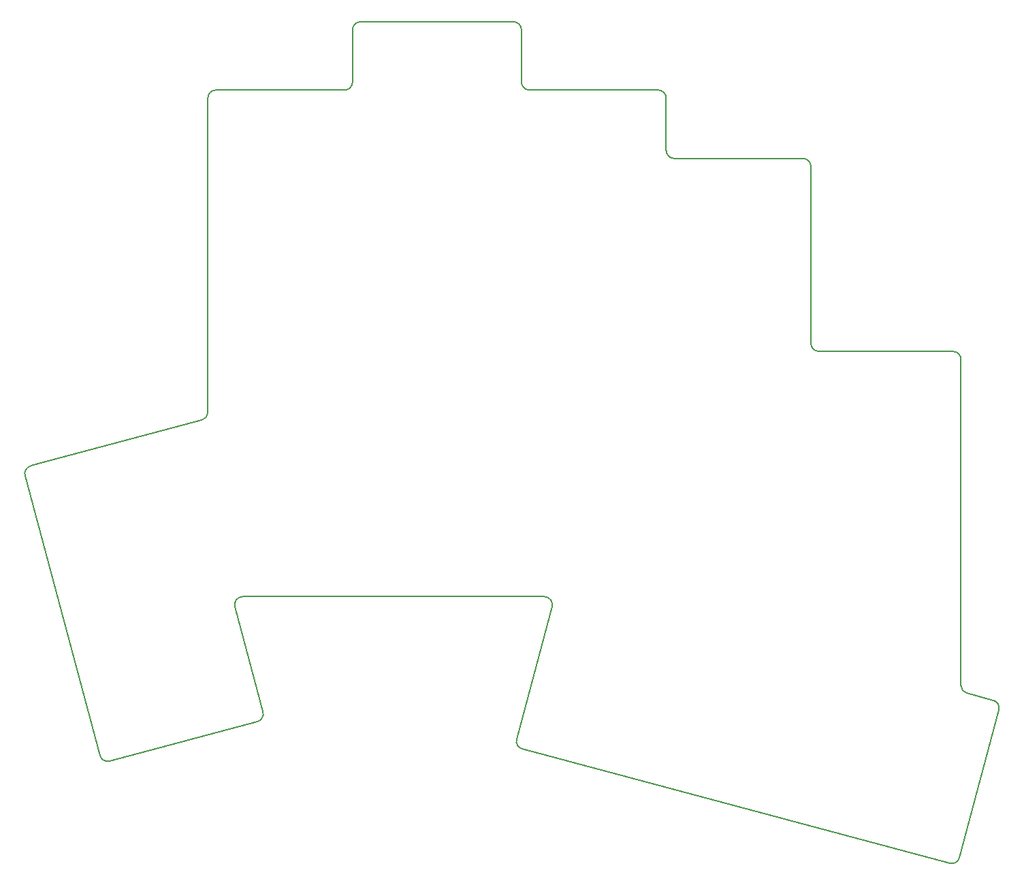
<source format=gbr>
%TF.GenerationSoftware,KiCad,Pcbnew,(5.1.9)-1*%
%TF.CreationDate,2021-04-26T15:19:46+02:00*%
%TF.ProjectId,sepia,73657069-612e-46b6-9963-61645f706362,VERSION_HERE*%
%TF.SameCoordinates,Original*%
%TF.FileFunction,Profile,NP*%
%FSLAX46Y46*%
G04 Gerber Fmt 4.6, Leading zero omitted, Abs format (unit mm)*
G04 Created by KiCad (PCBNEW (5.1.9)-1) date 2021-04-26 15:19:46*
%MOMM*%
%LPD*%
G01*
G04 APERTURE LIST*
%TA.AperFunction,Profile*%
%ADD10C,0.150000*%
%TD*%
G04 APERTURE END LIST*
D10*
X40146058Y-114342068D02*
X58498649Y-109424506D01*
X59205756Y-108199761D02*
G75*
G02*
X58498649Y-109424506I-965926J-258819D01*
G01*
X55709226Y-95150532D02*
X59205756Y-108199761D01*
X29603828Y-78861631D02*
X38921314Y-113634961D01*
X40146058Y-114342067D02*
G75*
G02*
X38921314Y-113634961I-258819J965925D01*
G01*
X30310935Y-77636886D02*
X51596999Y-71933303D01*
X29603828Y-78861631D02*
G75*
G02*
X30310935Y-77636886I965926J258819D01*
G01*
X52338180Y-58391713D02*
X52338180Y-31891713D01*
X52338180Y-70967377D02*
X52338180Y-58391713D01*
X69338180Y-30891713D02*
X53338180Y-30891713D01*
X52338180Y-31891713D02*
G75*
G02*
X53338180Y-30891713I1000000J0D01*
G01*
X91338180Y-29891713D02*
X91338180Y-23391713D01*
X90338180Y-22391713D02*
G75*
G02*
X91338180Y-23391713I0J-1000000D01*
G01*
X90338180Y-22391713D02*
X71338180Y-22391713D01*
X70338180Y-23391713D02*
G75*
G02*
X71338180Y-22391713I1000000J0D01*
G01*
X70338180Y-23391713D02*
X70338180Y-29891713D01*
X94178983Y-93891713D02*
X56675151Y-93891713D01*
X109338180Y-38391713D02*
X109338180Y-31891713D01*
X108338180Y-30891713D02*
G75*
G02*
X109338180Y-31891713I0J-1000000D01*
G01*
X108338180Y-30891713D02*
X92338180Y-30891713D01*
X128338180Y-63391713D02*
X144998180Y-63391713D01*
X145998180Y-104934699D02*
X145998180Y-64391713D01*
X127338180Y-62391713D02*
X127338180Y-40391713D01*
X126338180Y-39391713D02*
G75*
G02*
X127338180Y-40391713I0J-1000000D01*
G01*
X126338180Y-39391713D02*
X110338180Y-39391713D01*
X91444285Y-112825154D02*
X144570205Y-127060201D01*
X95144909Y-95150532D02*
X90737178Y-111600409D01*
X91444285Y-112825154D02*
G75*
G02*
X90737178Y-111600409I258819J965926D01*
G01*
X145794950Y-126353094D02*
G75*
G02*
X144570205Y-127060201I-965926J258819D01*
G01*
X145794950Y-126353094D02*
X150712512Y-108000504D01*
X150005405Y-106775759D02*
G75*
G02*
X150712512Y-108000504I-258819J-965926D01*
G01*
X150005405Y-106775759D02*
X146739361Y-105900625D01*
X55709225Y-95150532D02*
G75*
G02*
X56675151Y-93891713I965926J258819D01*
G01*
X94178983Y-93891713D02*
G75*
G02*
X95144909Y-95150532I0J-1000000D01*
G01*
X146739361Y-105900625D02*
G75*
G02*
X145998180Y-104934699I258819J965926D01*
G01*
X144998180Y-63391713D02*
G75*
G02*
X145998180Y-64391713I0J-1000000D01*
G01*
X128338180Y-63391713D02*
G75*
G02*
X127338180Y-62391713I0J1000000D01*
G01*
X110338180Y-39391713D02*
G75*
G02*
X109338180Y-38391713I0J1000000D01*
G01*
X92338180Y-30891713D02*
G75*
G02*
X91338180Y-29891713I0J1000000D01*
G01*
X70338180Y-29891713D02*
G75*
G02*
X69338180Y-30891713I-1000000J0D01*
G01*
X52338180Y-70967377D02*
G75*
G02*
X51596999Y-71933303I-1000000J0D01*
G01*
M02*

</source>
